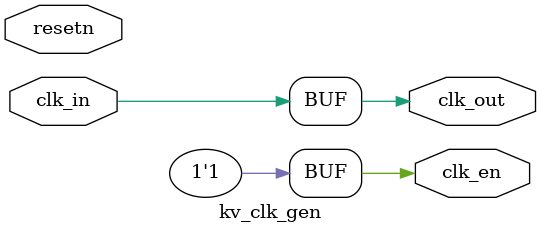
<source format=v>

module kv_clk_gen (
        // VPERL: &PORTLIST;
        // VPERL_GENERATED_BEGIN
        	  clk_in,      
        	  resetn,      
        	  clk_en,
		  clk_out
        // VPERL_GENERATED_END
);

parameter RATIO = 1; // 1~4

input			clk_in;
input			resetn;
output			clk_en;
output			clk_out;

generate
if (RATIO == 1) begin : gen_ratio_1
	assign clk_en = 1'b1;
	assign clk_out = clk_in;
end
else if (RATIO == 2) begin : gen_ratio_2
	reg     cnt;
	always @(posedge clk_in or negedge resetn) begin
		if (!resetn)
			cnt <= 1'b0;
		else
			cnt <= ~cnt;
	end
	assign clk_en = ~cnt;
	assign clk_out = cnt;
end
else if (RATIO == 3) begin : gen_ratio_3
	reg	[1:0]		cnt;
	wire	[1:0]		cnt_nx;
	always @(posedge clk_in or negedge resetn) begin
		if (!resetn)
			cnt <= 2'b0;
		else
			cnt <= cnt_nx;
	end
	assign cnt_nx = (cnt == 2'b10) ? 2'b00 : cnt + 2'b1;
	assign clk_en = cnt[1];
	assign clk_out = clk_en;
end
else begin : gen_ratio_others
	reg	[2:0]	cnt;
	wire	[2:0]	cnt_nx;

	always @(posedge clk_in or negedge resetn) begin
		if (!resetn)
			cnt <= 2'b0;
		else
			cnt <= cnt_nx;
	end
	assign cnt_nx = cnt + 2'b1;
	assign clk_en = (cnt[1:0] == 2'b11);
	assign clk_out = cnt[2]; 
end
endgenerate

endmodule


</source>
